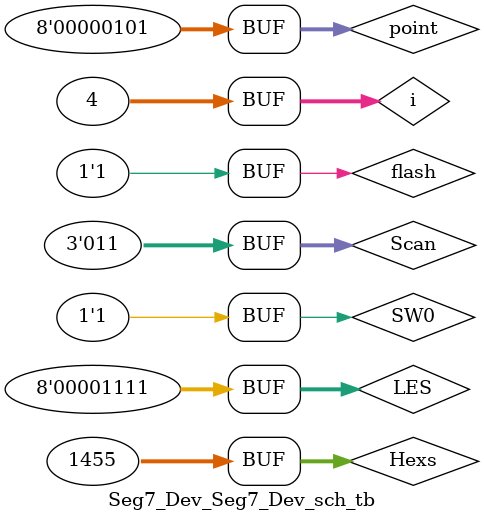
<source format=v>

`timescale 1ns / 1ps

module Seg7_Dev_Seg7_Dev_sch_tb();

// Inputs
   reg flash;
   reg [2:0] Scan;
   reg [31:0] Hexs;
   reg [7:0] point;
   reg [7:0] LES;
   reg SW0;

// Output
   wire [3:0] AN;
   wire [7:0] SEGMENT;

// Bidirs

// Instantiate the UUT
   Seg7_Dev UUT (
		.flash(flash), 
		.Scan(Scan), 
		.Hexs(Hexs), 
		.point(point), 
		.LES(LES), 
		.AN(AN), 
		.SEGMENT(SEGMENT), 
		.SW0(SW0)
   );
	
// Initialize Inputs
  `ifdef auto_init
       initial begin
		Scan = 0;
		Hexs = 0;
		point = 0;
		LES = 0;
		flash = 0;
		SW0 = 0;
   `endif
	
	integer i;
	initial begin
		Hexs = 16'h05AF;
		point = 4'b0101;
		LES = 4'b0000;
		SW0 = 1;
		flash = 1;
		for(i = 0; i < 4; i = i + 1) begin
			#50;
			Scan = i;
		end
		LES = 4'b1111;
		for(i = 0; i < 4; i = i + 1) begin
			#50;
			Scan = i;
		end		
	end

endmodule

</source>
